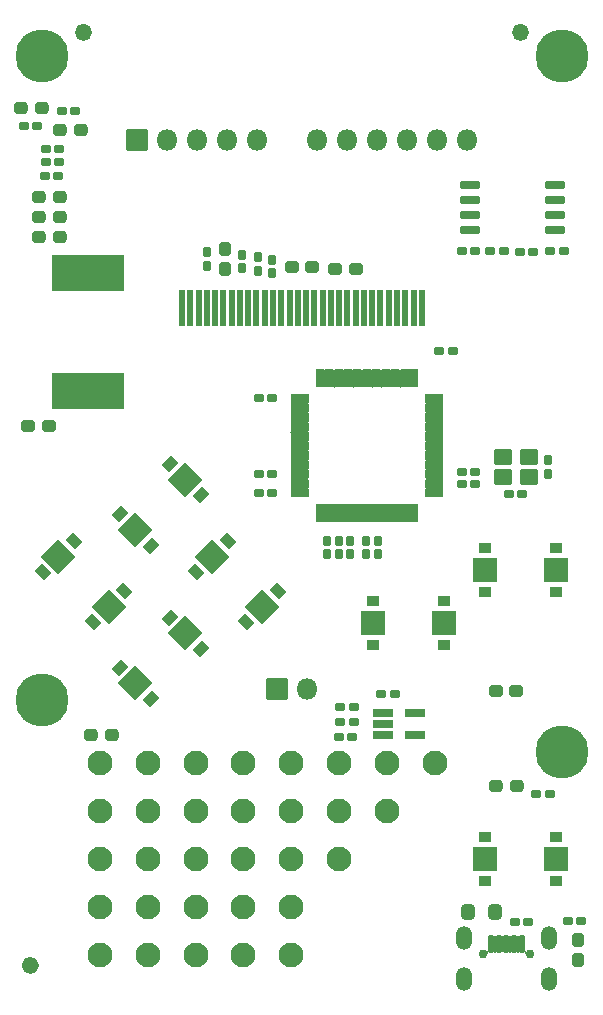
<source format=gbr>
%TF.GenerationSoftware,KiCad,Pcbnew,(6.0.5)*%
%TF.CreationDate,2023-05-01T10:01:18+02:00*%
%TF.ProjectId,arduboy_AS_flavor,61726475-626f-4795-9f41-535f666c6176,rev?*%
%TF.SameCoordinates,Original*%
%TF.FileFunction,Soldermask,Top*%
%TF.FilePolarity,Negative*%
%FSLAX46Y46*%
G04 Gerber Fmt 4.6, Leading zero omitted, Abs format (unit mm)*
G04 Created by KiCad (PCBNEW (6.0.5)) date 2023-05-01 10:01:18*
%MOMM*%
%LPD*%
G01*
G04 APERTURE LIST*
G04 Aperture macros list*
%AMRoundRect*
0 Rectangle with rounded corners*
0 $1 Rounding radius*
0 $2 $3 $4 $5 $6 $7 $8 $9 X,Y pos of 4 corners*
0 Add a 4 corners polygon primitive as box body*
4,1,4,$2,$3,$4,$5,$6,$7,$8,$9,$2,$3,0*
0 Add four circle primitives for the rounded corners*
1,1,$1+$1,$2,$3*
1,1,$1+$1,$4,$5*
1,1,$1+$1,$6,$7*
1,1,$1+$1,$8,$9*
0 Add four rect primitives between the rounded corners*
20,1,$1+$1,$2,$3,$4,$5,0*
20,1,$1+$1,$4,$5,$6,$7,0*
20,1,$1+$1,$6,$7,$8,$9,0*
20,1,$1+$1,$8,$9,$2,$3,0*%
G04 Aperture macros list end*
%ADD10C,0.150000*%
%ADD11RoundRect,0.050000X0.275000X-0.750000X0.275000X0.750000X-0.275000X0.750000X-0.275000X-0.750000X0*%
%ADD12RoundRect,0.050000X0.750000X0.275000X-0.750000X0.275000X-0.750000X-0.275000X0.750000X-0.275000X0*%
%ADD13RoundRect,0.205000X-0.155000X0.212500X-0.155000X-0.212500X0.155000X-0.212500X0.155000X0.212500X0*%
%ADD14RoundRect,0.205000X-0.212500X-0.155000X0.212500X-0.155000X0.212500X0.155000X-0.212500X0.155000X0*%
%ADD15RoundRect,0.205000X0.155000X-0.212500X0.155000X0.212500X-0.155000X0.212500X-0.155000X-0.212500X0*%
%ADD16RoundRect,0.287500X-0.300000X-0.237500X0.300000X-0.237500X0.300000X0.237500X-0.300000X0.237500X0*%
%ADD17RoundRect,0.205000X0.212500X0.155000X-0.212500X0.155000X-0.212500X-0.155000X0.212500X-0.155000X0*%
%ADD18RoundRect,0.287500X0.287500X0.237500X-0.287500X0.237500X-0.287500X-0.237500X0.287500X-0.237500X0*%
%ADD19RoundRect,0.287500X0.237500X-0.287500X0.237500X0.287500X-0.237500X0.287500X-0.237500X-0.287500X0*%
%ADD20RoundRect,0.287500X-0.287500X-0.237500X0.287500X-0.237500X0.287500X0.237500X-0.287500X0.237500X0*%
%ADD21RoundRect,0.300000X-0.275000X-0.350000X0.275000X-0.350000X0.275000X0.350000X-0.275000X0.350000X0*%
%ADD22O,1.800000X1.800000*%
%ADD23RoundRect,0.050000X0.850000X-0.850000X0.850000X0.850000X-0.850000X0.850000X-0.850000X-0.850000X0*%
%ADD24RoundRect,0.287500X0.237500X-0.300000X0.237500X0.300000X-0.237500X0.300000X-0.237500X-0.300000X0*%
%ADD25RoundRect,0.200000X-0.650000X-0.150000X0.650000X-0.150000X0.650000X0.150000X-0.650000X0.150000X0*%
%ADD26RoundRect,0.050000X-0.780000X-0.325000X0.780000X-0.325000X0.780000X0.325000X-0.780000X0.325000X0*%
%ADD27RoundRect,0.050000X-0.500000X-0.375000X0.500000X-0.375000X0.500000X0.375000X-0.500000X0.375000X0*%
%ADD28RoundRect,0.050000X-1.000000X-1.000000X1.000000X-1.000000X1.000000X1.000000X-1.000000X1.000000X0*%
%ADD29RoundRect,0.050000X0.000000X1.414214X-1.414214X0.000000X0.000000X-1.414214X1.414214X0.000000X0*%
%ADD30RoundRect,0.050000X0.088388X0.618718X-0.618718X-0.088388X-0.088388X-0.618718X0.618718X0.088388X0*%
%ADD31RoundRect,0.050000X-0.618718X0.088388X0.088388X-0.618718X0.618718X-0.088388X-0.088388X0.618718X0*%
%ADD32RoundRect,0.050000X-1.414214X0.000000X0.000000X-1.414214X1.414214X0.000000X0.000000X1.414214X0*%
%ADD33RoundRect,0.050000X0.618718X-0.088388X-0.088388X0.618718X-0.618718X0.088388X0.088388X-0.618718X0*%
%ADD34RoundRect,0.050000X1.414214X0.000000X0.000000X1.414214X-1.414214X0.000000X0.000000X-1.414214X0*%
%ADD35RoundRect,0.050000X1.000000X1.000000X-1.000000X1.000000X-1.000000X-1.000000X1.000000X-1.000000X0*%
%ADD36RoundRect,0.050000X0.500000X0.375000X-0.500000X0.375000X-0.500000X-0.375000X0.500000X-0.375000X0*%
%ADD37RoundRect,0.050000X-0.088388X-0.618718X0.618718X0.088388X0.088388X0.618718X-0.618718X-0.088388X0*%
%ADD38RoundRect,0.050000X0.000000X-1.414214X1.414214X0.000000X0.000000X1.414214X-1.414214X0.000000X0*%
%ADD39C,1.252000*%
%ADD40C,2.800000*%
%ADD41C,4.500000*%
%ADD42RoundRect,0.050000X0.175000X1.500000X-0.175000X1.500000X-0.175000X-1.500000X0.175000X-1.500000X0*%
%ADD43C,0.750000*%
%ADD44RoundRect,0.050000X0.200000X0.700000X-0.200000X0.700000X-0.200000X-0.700000X0.200000X-0.700000X0*%
%ADD45O,1.350000X2.000000*%
%ADD46RoundRect,0.050000X-0.700000X-0.600000X0.700000X-0.600000X0.700000X0.600000X-0.700000X0.600000X0*%
%ADD47RoundRect,0.050000X3.000000X-1.500000X3.000000X1.500000X-3.000000X1.500000X-3.000000X-1.500000X0*%
%ADD48C,2.100000*%
G04 APERTURE END LIST*
D10*
%TO.C,H1*%
X24650000Y-102000000D02*
G75*
G03*
X24650000Y-102000000I-650000J0D01*
G01*
%TO.C,H2*%
X29150000Y-23000000D02*
G75*
G03*
X29150000Y-23000000I-650000J0D01*
G01*
%TO.C,H3*%
X66150000Y-23000000D02*
G75*
G03*
X66150000Y-23000000I-650000J0D01*
G01*
%TO.C,H4*%
X25650000Y-25000000D02*
G75*
G03*
X25650000Y-25000000I-650000J0D01*
G01*
%TO.C,H5*%
X69650000Y-25000000D02*
G75*
G03*
X69650000Y-25000000I-650000J0D01*
G01*
%TO.C,H6*%
X69650000Y-83900000D02*
G75*
G03*
X69650000Y-83900000I-650000J0D01*
G01*
%TO.C,H7*%
X25650000Y-79500000D02*
G75*
G03*
X25650000Y-79500000I-650000J0D01*
G01*
%TO.C,H1*%
X24650000Y-102000000D02*
G75*
G03*
X24650000Y-102000000I-650000J0D01*
G01*
%TO.C,H2*%
X29150000Y-23000000D02*
G75*
G03*
X29150000Y-23000000I-650000J0D01*
G01*
%TO.C,H3*%
X66150000Y-23000000D02*
G75*
G03*
X66150000Y-23000000I-650000J0D01*
G01*
%TO.C,H4*%
X25650000Y-25000000D02*
G75*
G03*
X25650000Y-25000000I-650000J0D01*
G01*
%TO.C,H5*%
X69650000Y-25000000D02*
G75*
G03*
X69650000Y-25000000I-650000J0D01*
G01*
%TO.C,H6*%
X69650000Y-83900000D02*
G75*
G03*
X69650000Y-83900000I-650000J0D01*
G01*
%TO.C,H7*%
X25650000Y-79500000D02*
G75*
G03*
X25650000Y-79500000I-650000J0D01*
G01*
%TD*%
D11*
%TO.C,U1*%
X48500000Y-63700000D03*
X49300000Y-63700000D03*
X50100000Y-63700000D03*
X50900000Y-63700000D03*
X51700000Y-63700000D03*
X52500000Y-63700000D03*
X53300000Y-63700000D03*
X54100000Y-63700000D03*
X54900000Y-63700000D03*
X55700000Y-63700000D03*
X56500000Y-63700000D03*
D12*
X58200000Y-62000000D03*
X58200000Y-61200000D03*
X58200000Y-60400000D03*
X58200000Y-59600000D03*
X58200000Y-58800000D03*
X58200000Y-58000000D03*
X58200000Y-57200000D03*
X58200000Y-56400000D03*
X58200000Y-55600000D03*
X58200000Y-54800000D03*
X58200000Y-54000000D03*
D11*
X56500000Y-52300000D03*
X55700000Y-52300000D03*
X54900000Y-52300000D03*
X54100000Y-52300000D03*
X53300000Y-52300000D03*
X52500000Y-52300000D03*
X51700000Y-52300000D03*
X50900000Y-52300000D03*
X50100000Y-52300000D03*
X49300000Y-52300000D03*
X48500000Y-52300000D03*
D12*
X46800000Y-54000000D03*
X46800000Y-54800000D03*
X46800000Y-55600000D03*
X46800000Y-56400000D03*
X46800000Y-57200000D03*
X46800000Y-58000000D03*
X46800000Y-58800000D03*
X46800000Y-59600000D03*
X46800000Y-60400000D03*
X46800000Y-61200000D03*
X46800000Y-62000000D03*
%TD*%
D13*
%TO.C,C2*%
X67800000Y-59232500D03*
X67800000Y-60367500D03*
%TD*%
D14*
%TO.C,C3*%
X64532500Y-62100000D03*
X65667500Y-62100000D03*
%TD*%
%TO.C,C4*%
X68032500Y-41500000D03*
X69167500Y-41500000D03*
%TD*%
D15*
%TO.C,C5*%
X39000000Y-42767500D03*
X39000000Y-41632500D03*
%TD*%
%TO.C,C6*%
X41900000Y-42967500D03*
X41900000Y-41832500D03*
%TD*%
D16*
%TO.C,C7*%
X63437500Y-78800000D03*
X65162500Y-78800000D03*
%TD*%
D15*
%TO.C,C10*%
X43300000Y-43167500D03*
X43300000Y-42032500D03*
%TD*%
%TO.C,C11*%
X44500000Y-43367500D03*
X44500000Y-42232500D03*
%TD*%
D14*
%TO.C,C12*%
X53732500Y-79000000D03*
X54867500Y-79000000D03*
%TD*%
%TO.C,C13*%
X50132500Y-82700000D03*
X51267500Y-82700000D03*
%TD*%
D16*
%TO.C,C14*%
X46137500Y-42900000D03*
X47862500Y-42900000D03*
%TD*%
%TO.C,C15*%
X49837500Y-43000000D03*
X51562500Y-43000000D03*
%TD*%
D17*
%TO.C,C16*%
X44467500Y-60400000D03*
X43332500Y-60400000D03*
%TD*%
D13*
%TO.C,C17*%
X49100000Y-66032500D03*
X49100000Y-67167500D03*
%TD*%
D17*
%TO.C,C19*%
X44467500Y-62000000D03*
X43332500Y-62000000D03*
%TD*%
D14*
%TO.C,C20*%
X60532500Y-60200000D03*
X61667500Y-60200000D03*
%TD*%
%TO.C,C21*%
X58632500Y-50000000D03*
X59767500Y-50000000D03*
%TD*%
D17*
%TO.C,C22*%
X44467500Y-54000000D03*
X43332500Y-54000000D03*
%TD*%
D14*
%TO.C,C27*%
X65032500Y-98300000D03*
X66167500Y-98300000D03*
%TD*%
D18*
%TO.C,D2*%
X26475000Y-40300000D03*
X24725000Y-40300000D03*
%TD*%
D19*
%TO.C,D5*%
X70400000Y-101575000D03*
X70400000Y-99825000D03*
%TD*%
D20*
%TO.C,D6*%
X63425000Y-86800000D03*
X65175000Y-86800000D03*
%TD*%
%TO.C,D9*%
X26525000Y-31300000D03*
X28275000Y-31300000D03*
%TD*%
D21*
%TO.C,FB1*%
X61050000Y-97500000D03*
X63350000Y-97500000D03*
%TD*%
D22*
%TO.C,J2*%
X60970000Y-32100000D03*
X58430000Y-32100000D03*
X55890000Y-32100000D03*
X53350000Y-32100000D03*
X50810000Y-32100000D03*
X48270000Y-32100000D03*
X43190000Y-32100000D03*
X40650000Y-32100000D03*
X38110000Y-32100000D03*
X35570000Y-32100000D03*
D23*
X33030000Y-32100000D03*
%TD*%
D17*
%TO.C,R1*%
X61667500Y-61200000D03*
X60532500Y-61200000D03*
%TD*%
D14*
%TO.C,R2*%
X60532500Y-41500000D03*
X61667500Y-41500000D03*
%TD*%
%TO.C,R3*%
X65432500Y-41600000D03*
X66567500Y-41600000D03*
%TD*%
%TO.C,R4*%
X62932500Y-41500000D03*
X64067500Y-41500000D03*
%TD*%
%TO.C,R6*%
X69532500Y-98200000D03*
X70667500Y-98200000D03*
%TD*%
%TO.C,R7*%
X66832500Y-87500000D03*
X67967500Y-87500000D03*
%TD*%
%TO.C,R9*%
X25232500Y-35200000D03*
X26367500Y-35200000D03*
%TD*%
%TO.C,R10*%
X25332500Y-32900000D03*
X26467500Y-32900000D03*
%TD*%
%TO.C,R11*%
X25332500Y-34000000D03*
X26467500Y-34000000D03*
%TD*%
%TO.C,R12*%
X50232500Y-80100000D03*
X51367500Y-80100000D03*
%TD*%
%TO.C,R13*%
X23432500Y-30900000D03*
X24567500Y-30900000D03*
%TD*%
%TO.C,R14*%
X26665000Y-29700000D03*
X27800000Y-29700000D03*
%TD*%
D16*
%TO.C,R15*%
X23837500Y-56300000D03*
X25562500Y-56300000D03*
%TD*%
D14*
%TO.C,R16*%
X50232500Y-81400000D03*
X51367500Y-81400000D03*
%TD*%
D24*
%TO.C,R17*%
X40500000Y-43062500D03*
X40500000Y-41337500D03*
%TD*%
D15*
%TO.C,R20*%
X51100000Y-67167500D03*
X51100000Y-66032500D03*
%TD*%
%TO.C,R21*%
X50100000Y-67167500D03*
X50100000Y-66032500D03*
%TD*%
D25*
%TO.C,U2*%
X61200000Y-35895000D03*
X61200000Y-37165000D03*
X61200000Y-38435000D03*
X61200000Y-39705000D03*
X68400000Y-39705000D03*
X68400000Y-38435000D03*
X68400000Y-37165000D03*
X68400000Y-35895000D03*
%TD*%
D26*
%TO.C,U4*%
X53900000Y-80600000D03*
X53900000Y-81550000D03*
X53900000Y-82500000D03*
X56600000Y-82500000D03*
X56600000Y-80600000D03*
%TD*%
D27*
%TO.C,SW1*%
X68500000Y-91125000D03*
X62500000Y-91125000D03*
D28*
X62500000Y-93000000D03*
X68500000Y-93000000D03*
D27*
X62500000Y-94875000D03*
X68500000Y-94875000D03*
%TD*%
D29*
%TO.C,SW2*%
X37121320Y-60878680D03*
D30*
X34204505Y-66447146D03*
X38447146Y-62204505D03*
D29*
X32878680Y-65121320D03*
D30*
X31552854Y-63795495D03*
X35795495Y-59552854D03*
%TD*%
D31*
%TO.C,SW4*%
X31947146Y-70295495D03*
X27704505Y-66052854D03*
D32*
X26378680Y-67378680D03*
D31*
X29295495Y-72947146D03*
D32*
X30621320Y-71621320D03*
D31*
X25052854Y-68704505D03*
%TD*%
D33*
%TO.C,SW5*%
X38052854Y-68704505D03*
X42295495Y-72947146D03*
D34*
X43621320Y-71621320D03*
D33*
X40704505Y-66052854D03*
X44947146Y-70295495D03*
D34*
X39378680Y-67378680D03*
%TD*%
D28*
%TO.C,SW6*%
X53000000Y-73000000D03*
D27*
X53000000Y-71125000D03*
X59000000Y-71125000D03*
X59000000Y-74875000D03*
X53000000Y-74875000D03*
D28*
X59000000Y-73000000D03*
%TD*%
D35*
%TO.C,SW7*%
X68500000Y-68500000D03*
D36*
X62500000Y-70375000D03*
X68500000Y-70375000D03*
X62500000Y-66625000D03*
D35*
X62500000Y-68500000D03*
D36*
X68500000Y-66625000D03*
%TD*%
D37*
%TO.C,SW3*%
X35795495Y-72552854D03*
D38*
X32878680Y-78121320D03*
D37*
X31552854Y-76795495D03*
D38*
X37121320Y-73878680D03*
D37*
X34204505Y-79447146D03*
X38447146Y-75204505D03*
%TD*%
D39*
%TO.C,H1*%
X24000000Y-102000000D03*
%TD*%
%TO.C,H2*%
X28500000Y-23000000D03*
%TD*%
%TO.C,H3*%
X65500000Y-23000000D03*
%TD*%
D40*
%TO.C,H4*%
X25000000Y-25000000D03*
D41*
X25000000Y-25000000D03*
%TD*%
D40*
%TO.C,H5*%
X69000000Y-25000000D03*
D41*
X69000000Y-25000000D03*
%TD*%
%TO.C,H6*%
X69000000Y-83900000D03*
D40*
X69000000Y-83900000D03*
%TD*%
D42*
%TO.C,J1*%
X36850000Y-46300000D03*
X37550000Y-46300000D03*
X38250000Y-46300000D03*
X38950000Y-46300000D03*
X39650000Y-46300000D03*
X40350000Y-46300000D03*
X41050000Y-46300000D03*
X41750000Y-46300000D03*
X42450000Y-46300000D03*
X43150000Y-46300000D03*
X43850000Y-46300000D03*
X44550000Y-46300000D03*
X45250000Y-46300000D03*
X45950000Y-46300000D03*
X46650000Y-46300000D03*
X47350000Y-46300000D03*
X48050000Y-46300000D03*
X48750000Y-46300000D03*
X49450000Y-46300000D03*
X50150000Y-46300000D03*
X50850000Y-46300000D03*
X51550000Y-46300000D03*
X52250000Y-46300000D03*
X52950000Y-46300000D03*
X53650000Y-46300000D03*
X54350000Y-46300000D03*
X55050000Y-46300000D03*
X55750000Y-46300000D03*
X56450000Y-46300000D03*
X57150000Y-46300000D03*
%TD*%
D43*
%TO.C,J3*%
X66300000Y-101025000D03*
X62300000Y-101025000D03*
D44*
X63000000Y-100200000D03*
X63650000Y-100200000D03*
X64300000Y-100200000D03*
X64950000Y-100200000D03*
X65600000Y-100200000D03*
D45*
X60725000Y-99700000D03*
X60725000Y-103150000D03*
X67875000Y-99700000D03*
X67875000Y-103150000D03*
%TD*%
D46*
%TO.C,Y1*%
X64000000Y-60650000D03*
X66200000Y-60650000D03*
X66200000Y-58950000D03*
X64000000Y-58950000D03*
%TD*%
D18*
%TO.C,D3*%
X26475000Y-38600000D03*
X24725000Y-38600000D03*
%TD*%
%TO.C,D4*%
X26475000Y-36900000D03*
X24725000Y-36900000D03*
%TD*%
D47*
%TO.C,JP1*%
X28900000Y-53400000D03*
X28900000Y-43400000D03*
%TD*%
D20*
%TO.C,D8*%
X23225000Y-29400000D03*
X24975000Y-29400000D03*
%TD*%
D41*
%TO.C,H7*%
X25000000Y-79500000D03*
D40*
X25000000Y-79500000D03*
%TD*%
D18*
%TO.C,D7*%
X30875000Y-82500000D03*
X29125000Y-82500000D03*
%TD*%
D23*
%TO.C,JP2*%
X44900000Y-78600000D03*
D22*
X47440000Y-78600000D03*
%TD*%
D13*
%TO.C,C18*%
X53400000Y-66032500D03*
X53400000Y-67167500D03*
%TD*%
%TO.C,C28*%
X52400000Y-66032500D03*
X52400000Y-67167500D03*
%TD*%
D48*
%TO.C,TP29*%
X46100000Y-97050000D03*
%TD*%
%TO.C,TP32*%
X58250000Y-84900000D03*
%TD*%
%TO.C,TP14*%
X42050000Y-93000000D03*
%TD*%
%TO.C,TP28*%
X42050000Y-101100000D03*
%TD*%
%TO.C,TP2*%
X46100000Y-93000000D03*
%TD*%
%TO.C,TP27*%
X38000000Y-93000000D03*
%TD*%
%TO.C,TP17*%
X33950000Y-101100000D03*
%TD*%
%TO.C,TP23*%
X29900000Y-101100000D03*
%TD*%
%TO.C,TP30*%
X54200000Y-88950000D03*
%TD*%
%TO.C,TP26*%
X54200000Y-84900000D03*
%TD*%
%TO.C,TP9*%
X33950000Y-88950000D03*
%TD*%
%TO.C,TP15*%
X38000000Y-88950000D03*
%TD*%
%TO.C,TP19*%
X38000000Y-84900000D03*
%TD*%
%TO.C,TP5*%
X33950000Y-84900000D03*
%TD*%
%TO.C,TP4*%
X50150000Y-88950000D03*
%TD*%
%TO.C,TP10*%
X50150000Y-84900000D03*
%TD*%
%TO.C,TP18*%
X42050000Y-88950000D03*
%TD*%
%TO.C,TP12*%
X38000000Y-97050000D03*
%TD*%
%TO.C,TP22*%
X38000000Y-101100000D03*
%TD*%
%TO.C,TP25*%
X33950000Y-97050000D03*
%TD*%
%TO.C,TP13*%
X33950000Y-93000000D03*
%TD*%
%TO.C,TP11*%
X29900000Y-97050000D03*
%TD*%
%TO.C,TP3*%
X29900000Y-84900000D03*
%TD*%
%TO.C,TP16*%
X46100000Y-101100000D03*
%TD*%
%TO.C,TP20*%
X46100000Y-84900000D03*
%TD*%
%TO.C,TP21*%
X42050000Y-84900000D03*
%TD*%
%TO.C,TP31*%
X50150000Y-93000000D03*
%TD*%
%TO.C,TP8*%
X46100000Y-88950000D03*
%TD*%
%TO.C,TP7*%
X29900000Y-93000000D03*
%TD*%
%TO.C,TP24*%
X42050000Y-97050000D03*
%TD*%
%TO.C,TP6*%
X29900000Y-88950000D03*
%TD*%
G36*
X62751430Y-100709473D02*
G01*
X62752000Y-100710872D01*
X62752000Y-100899801D01*
X62755691Y-100918355D01*
X62766087Y-100933913D01*
X62781645Y-100944309D01*
X62787214Y-100945417D01*
X62788718Y-100946736D01*
X62788328Y-100948698D01*
X62787059Y-100949365D01*
X62732507Y-100955822D01*
X62687963Y-100996998D01*
X62676822Y-101028635D01*
X62670456Y-101066471D01*
X62669183Y-101068013D01*
X62667210Y-101067681D01*
X62666509Y-101065826D01*
X62672975Y-101025000D01*
X62654721Y-100909746D01*
X62601742Y-100805770D01*
X62574605Y-100778633D01*
X62574087Y-100776701D01*
X62575501Y-100775287D01*
X62577057Y-100775509D01*
X62627565Y-100806158D01*
X62687859Y-100801148D01*
X62733729Y-100761624D01*
X62748074Y-100710333D01*
X62749503Y-100708935D01*
X62751430Y-100709473D01*
G37*
G36*
X65851902Y-100710372D02*
G01*
X65870799Y-100768531D01*
X65919748Y-100804095D01*
X65980303Y-100804095D01*
X66021126Y-100777305D01*
X66023122Y-100777191D01*
X66024220Y-100778863D01*
X66023637Y-100780391D01*
X65998258Y-100805770D01*
X65945279Y-100909746D01*
X65927025Y-101025000D01*
X65927256Y-101026458D01*
X65926540Y-101028325D01*
X65924565Y-101028638D01*
X65923475Y-101027630D01*
X65899397Y-100977039D01*
X65846132Y-100948058D01*
X65818996Y-100948224D01*
X65817258Y-100947235D01*
X65817246Y-100945235D01*
X65818087Y-100944627D01*
X65818023Y-100944531D01*
X65833913Y-100933913D01*
X65844309Y-100918355D01*
X65848000Y-100899801D01*
X65848000Y-100710990D01*
X65849000Y-100709258D01*
X65851000Y-100709258D01*
X65851902Y-100710372D01*
G37*
G36*
X63897523Y-99479752D02*
G01*
X63941118Y-99514119D01*
X64001573Y-99516493D01*
X64051977Y-99482814D01*
X64053973Y-99482683D01*
X64055084Y-99484346D01*
X64055050Y-99484867D01*
X64052000Y-99500199D01*
X64052000Y-100899801D01*
X64055677Y-100918287D01*
X64055034Y-100920181D01*
X64053072Y-100920571D01*
X64052477Y-100920248D01*
X64008882Y-100885881D01*
X63948427Y-100883507D01*
X63898023Y-100917186D01*
X63896027Y-100917317D01*
X63894916Y-100915654D01*
X63894950Y-100915133D01*
X63898000Y-100899801D01*
X63898000Y-99500199D01*
X63894323Y-99481713D01*
X63894966Y-99479819D01*
X63896928Y-99479429D01*
X63897523Y-99479752D01*
G37*
G36*
X63247523Y-99479752D02*
G01*
X63291118Y-99514119D01*
X63351573Y-99516493D01*
X63401977Y-99482814D01*
X63403973Y-99482683D01*
X63405084Y-99484346D01*
X63405050Y-99484867D01*
X63402000Y-99500199D01*
X63402000Y-100899801D01*
X63405677Y-100918287D01*
X63405034Y-100920181D01*
X63403072Y-100920571D01*
X63402477Y-100920248D01*
X63358882Y-100885881D01*
X63298427Y-100883507D01*
X63248023Y-100917186D01*
X63246027Y-100917317D01*
X63244916Y-100915654D01*
X63244950Y-100915133D01*
X63248000Y-100899801D01*
X63248000Y-99500199D01*
X63244323Y-99481713D01*
X63244966Y-99479819D01*
X63246928Y-99479429D01*
X63247523Y-99479752D01*
G37*
G36*
X64547523Y-99479752D02*
G01*
X64591118Y-99514119D01*
X64651573Y-99516493D01*
X64701977Y-99482814D01*
X64703973Y-99482683D01*
X64705084Y-99484346D01*
X64705050Y-99484867D01*
X64702000Y-99500199D01*
X64702000Y-100899801D01*
X64705677Y-100918287D01*
X64705034Y-100920181D01*
X64703072Y-100920571D01*
X64702477Y-100920248D01*
X64658882Y-100885881D01*
X64598427Y-100883507D01*
X64548023Y-100917186D01*
X64546027Y-100917317D01*
X64544916Y-100915654D01*
X64544950Y-100915133D01*
X64548000Y-100899801D01*
X64548000Y-99500199D01*
X64544323Y-99481713D01*
X64544966Y-99479819D01*
X64546928Y-99479429D01*
X64547523Y-99479752D01*
G37*
G36*
X65197523Y-99479752D02*
G01*
X65241118Y-99514119D01*
X65301573Y-99516493D01*
X65351977Y-99482814D01*
X65353973Y-99482683D01*
X65355084Y-99484346D01*
X65355050Y-99484867D01*
X65352000Y-99500199D01*
X65352000Y-100899801D01*
X65355677Y-100918287D01*
X65355034Y-100920181D01*
X65353072Y-100920571D01*
X65352477Y-100920248D01*
X65308882Y-100885881D01*
X65248427Y-100883507D01*
X65198023Y-100917186D01*
X65196027Y-100917317D01*
X65194916Y-100915654D01*
X65194950Y-100915133D01*
X65198000Y-100899801D01*
X65198000Y-99500199D01*
X65194323Y-99481713D01*
X65194966Y-99479819D01*
X65196928Y-99479429D01*
X65197523Y-99479752D01*
G37*
G36*
X49622523Y-62929752D02*
G01*
X49666118Y-62964119D01*
X49726573Y-62966493D01*
X49776977Y-62932814D01*
X49778973Y-62932683D01*
X49780084Y-62934346D01*
X49780050Y-62934867D01*
X49777000Y-62950199D01*
X49777000Y-64449801D01*
X49780677Y-64468287D01*
X49780034Y-64470181D01*
X49778072Y-64470571D01*
X49777477Y-64470248D01*
X49733882Y-64435881D01*
X49673427Y-64433507D01*
X49623023Y-64467186D01*
X49621027Y-64467317D01*
X49619916Y-64465654D01*
X49619950Y-64465133D01*
X49623000Y-64449801D01*
X49623000Y-62950199D01*
X49619323Y-62931713D01*
X49619966Y-62929819D01*
X49621928Y-62929429D01*
X49622523Y-62929752D01*
G37*
G36*
X52022523Y-62929752D02*
G01*
X52066118Y-62964119D01*
X52126573Y-62966493D01*
X52176977Y-62932814D01*
X52178973Y-62932683D01*
X52180084Y-62934346D01*
X52180050Y-62934867D01*
X52177000Y-62950199D01*
X52177000Y-64449801D01*
X52180677Y-64468287D01*
X52180034Y-64470181D01*
X52178072Y-64470571D01*
X52177477Y-64470248D01*
X52133882Y-64435881D01*
X52073427Y-64433507D01*
X52023023Y-64467186D01*
X52021027Y-64467317D01*
X52019916Y-64465654D01*
X52019950Y-64465133D01*
X52023000Y-64449801D01*
X52023000Y-62950199D01*
X52019323Y-62931713D01*
X52019966Y-62929819D01*
X52021928Y-62929429D01*
X52022523Y-62929752D01*
G37*
G36*
X52822523Y-62929752D02*
G01*
X52866118Y-62964119D01*
X52926573Y-62966493D01*
X52976977Y-62932814D01*
X52978973Y-62932683D01*
X52980084Y-62934346D01*
X52980050Y-62934867D01*
X52977000Y-62950199D01*
X52977000Y-64449801D01*
X52980677Y-64468287D01*
X52980034Y-64470181D01*
X52978072Y-64470571D01*
X52977477Y-64470248D01*
X52933882Y-64435881D01*
X52873427Y-64433507D01*
X52823023Y-64467186D01*
X52821027Y-64467317D01*
X52819916Y-64465654D01*
X52819950Y-64465133D01*
X52823000Y-64449801D01*
X52823000Y-62950199D01*
X52819323Y-62931713D01*
X52819966Y-62929819D01*
X52821928Y-62929429D01*
X52822523Y-62929752D01*
G37*
G36*
X54422523Y-62929752D02*
G01*
X54466118Y-62964119D01*
X54526573Y-62966493D01*
X54576977Y-62932814D01*
X54578973Y-62932683D01*
X54580084Y-62934346D01*
X54580050Y-62934867D01*
X54577000Y-62950199D01*
X54577000Y-64449801D01*
X54580677Y-64468287D01*
X54580034Y-64470181D01*
X54578072Y-64470571D01*
X54577477Y-64470248D01*
X54533882Y-64435881D01*
X54473427Y-64433507D01*
X54423023Y-64467186D01*
X54421027Y-64467317D01*
X54419916Y-64465654D01*
X54419950Y-64465133D01*
X54423000Y-64449801D01*
X54423000Y-62950199D01*
X54419323Y-62931713D01*
X54419966Y-62929819D01*
X54421928Y-62929429D01*
X54422523Y-62929752D01*
G37*
G36*
X53622523Y-62929752D02*
G01*
X53666118Y-62964119D01*
X53726573Y-62966493D01*
X53776977Y-62932814D01*
X53778973Y-62932683D01*
X53780084Y-62934346D01*
X53780050Y-62934867D01*
X53777000Y-62950199D01*
X53777000Y-64449801D01*
X53780677Y-64468287D01*
X53780034Y-64470181D01*
X53778072Y-64470571D01*
X53777477Y-64470248D01*
X53733882Y-64435881D01*
X53673427Y-64433507D01*
X53623023Y-64467186D01*
X53621027Y-64467317D01*
X53619916Y-64465654D01*
X53619950Y-64465133D01*
X53623000Y-64449801D01*
X53623000Y-62950199D01*
X53619323Y-62931713D01*
X53619966Y-62929819D01*
X53621928Y-62929429D01*
X53622523Y-62929752D01*
G37*
G36*
X48822523Y-62929752D02*
G01*
X48866118Y-62964119D01*
X48926573Y-62966493D01*
X48976977Y-62932814D01*
X48978973Y-62932683D01*
X48980084Y-62934346D01*
X48980050Y-62934867D01*
X48977000Y-62950199D01*
X48977000Y-64449801D01*
X48980677Y-64468287D01*
X48980034Y-64470181D01*
X48978072Y-64470571D01*
X48977477Y-64470248D01*
X48933882Y-64435881D01*
X48873427Y-64433507D01*
X48823023Y-64467186D01*
X48821027Y-64467317D01*
X48819916Y-64465654D01*
X48819950Y-64465133D01*
X48823000Y-64449801D01*
X48823000Y-62950199D01*
X48819323Y-62931713D01*
X48819966Y-62929819D01*
X48821928Y-62929429D01*
X48822523Y-62929752D01*
G37*
G36*
X55222523Y-62929752D02*
G01*
X55266118Y-62964119D01*
X55326573Y-62966493D01*
X55376977Y-62932814D01*
X55378973Y-62932683D01*
X55380084Y-62934346D01*
X55380050Y-62934867D01*
X55377000Y-62950199D01*
X55377000Y-64449801D01*
X55380677Y-64468287D01*
X55380034Y-64470181D01*
X55378072Y-64470571D01*
X55377477Y-64470248D01*
X55333882Y-64435881D01*
X55273427Y-64433507D01*
X55223023Y-64467186D01*
X55221027Y-64467317D01*
X55219916Y-64465654D01*
X55219950Y-64465133D01*
X55223000Y-64449801D01*
X55223000Y-62950199D01*
X55219323Y-62931713D01*
X55219966Y-62929819D01*
X55221928Y-62929429D01*
X55222523Y-62929752D01*
G37*
G36*
X51222523Y-62929752D02*
G01*
X51266118Y-62964119D01*
X51326573Y-62966493D01*
X51376977Y-62932814D01*
X51378973Y-62932683D01*
X51380084Y-62934346D01*
X51380050Y-62934867D01*
X51377000Y-62950199D01*
X51377000Y-64449801D01*
X51380677Y-64468287D01*
X51380034Y-64470181D01*
X51378072Y-64470571D01*
X51377477Y-64470248D01*
X51333882Y-64435881D01*
X51273427Y-64433507D01*
X51223023Y-64467186D01*
X51221027Y-64467317D01*
X51219916Y-64465654D01*
X51219950Y-64465133D01*
X51223000Y-64449801D01*
X51223000Y-62950199D01*
X51219323Y-62931713D01*
X51219966Y-62929819D01*
X51221928Y-62929429D01*
X51222523Y-62929752D01*
G37*
G36*
X56022523Y-62929752D02*
G01*
X56066118Y-62964119D01*
X56126573Y-62966493D01*
X56176977Y-62932814D01*
X56178973Y-62932683D01*
X56180084Y-62934346D01*
X56180050Y-62934867D01*
X56177000Y-62950199D01*
X56177000Y-64449801D01*
X56180677Y-64468287D01*
X56180034Y-64470181D01*
X56178072Y-64470571D01*
X56177477Y-64470248D01*
X56133882Y-64435881D01*
X56073427Y-64433507D01*
X56023023Y-64467186D01*
X56021027Y-64467317D01*
X56019916Y-64465654D01*
X56019950Y-64465133D01*
X56023000Y-64449801D01*
X56023000Y-62950199D01*
X56019323Y-62931713D01*
X56019966Y-62929819D01*
X56021928Y-62929429D01*
X56022523Y-62929752D01*
G37*
G36*
X50422523Y-62929752D02*
G01*
X50466118Y-62964119D01*
X50526573Y-62966493D01*
X50576977Y-62932814D01*
X50578973Y-62932683D01*
X50580084Y-62934346D01*
X50580050Y-62934867D01*
X50577000Y-62950199D01*
X50577000Y-64449801D01*
X50580677Y-64468287D01*
X50580034Y-64470181D01*
X50578072Y-64470571D01*
X50577477Y-64470248D01*
X50533882Y-64435881D01*
X50473427Y-64433507D01*
X50423023Y-64467186D01*
X50421027Y-64467317D01*
X50419916Y-64465654D01*
X50419950Y-64465133D01*
X50423000Y-64449801D01*
X50423000Y-62950199D01*
X50419323Y-62931713D01*
X50419966Y-62929819D01*
X50421928Y-62929429D01*
X50422523Y-62929752D01*
G37*
G36*
X47570181Y-61519966D02*
G01*
X47570571Y-61521928D01*
X47570248Y-61522523D01*
X47535881Y-61566118D01*
X47533507Y-61626573D01*
X47567186Y-61676977D01*
X47567317Y-61678973D01*
X47565654Y-61680084D01*
X47565133Y-61680050D01*
X47549801Y-61677000D01*
X46050199Y-61677000D01*
X46031713Y-61680677D01*
X46029819Y-61680034D01*
X46029429Y-61678072D01*
X46029752Y-61677477D01*
X46064119Y-61633882D01*
X46066493Y-61573427D01*
X46032814Y-61523023D01*
X46032683Y-61521027D01*
X46034346Y-61519916D01*
X46034867Y-61519950D01*
X46050199Y-61523000D01*
X47549801Y-61523000D01*
X47568287Y-61519323D01*
X47570181Y-61519966D01*
G37*
G36*
X58970181Y-61519966D02*
G01*
X58970571Y-61521928D01*
X58970248Y-61522523D01*
X58935881Y-61566118D01*
X58933507Y-61626573D01*
X58967186Y-61676977D01*
X58967317Y-61678973D01*
X58965654Y-61680084D01*
X58965133Y-61680050D01*
X58949801Y-61677000D01*
X57450199Y-61677000D01*
X57431713Y-61680677D01*
X57429819Y-61680034D01*
X57429429Y-61678072D01*
X57429752Y-61677477D01*
X57464119Y-61633882D01*
X57466493Y-61573427D01*
X57432814Y-61523023D01*
X57432683Y-61521027D01*
X57434346Y-61519916D01*
X57434867Y-61519950D01*
X57450199Y-61523000D01*
X58949801Y-61523000D01*
X58968287Y-61519323D01*
X58970181Y-61519966D01*
G37*
G36*
X47570181Y-60719966D02*
G01*
X47570571Y-60721928D01*
X47570248Y-60722523D01*
X47535881Y-60766118D01*
X47533507Y-60826573D01*
X47567186Y-60876977D01*
X47567317Y-60878973D01*
X47565654Y-60880084D01*
X47565133Y-60880050D01*
X47549801Y-60877000D01*
X46050199Y-60877000D01*
X46031713Y-60880677D01*
X46029819Y-60880034D01*
X46029429Y-60878072D01*
X46029752Y-60877477D01*
X46064119Y-60833882D01*
X46066493Y-60773427D01*
X46032814Y-60723023D01*
X46032683Y-60721027D01*
X46034346Y-60719916D01*
X46034867Y-60719950D01*
X46050199Y-60723000D01*
X47549801Y-60723000D01*
X47568287Y-60719323D01*
X47570181Y-60719966D01*
G37*
G36*
X58970181Y-60719966D02*
G01*
X58970571Y-60721928D01*
X58970248Y-60722523D01*
X58935881Y-60766118D01*
X58933507Y-60826573D01*
X58967186Y-60876977D01*
X58967317Y-60878973D01*
X58965654Y-60880084D01*
X58965133Y-60880050D01*
X58949801Y-60877000D01*
X57450199Y-60877000D01*
X57431713Y-60880677D01*
X57429819Y-60880034D01*
X57429429Y-60878072D01*
X57429752Y-60877477D01*
X57464119Y-60833882D01*
X57466493Y-60773427D01*
X57432814Y-60723023D01*
X57432683Y-60721027D01*
X57434346Y-60719916D01*
X57434867Y-60719950D01*
X57450199Y-60723000D01*
X58949801Y-60723000D01*
X58968287Y-60719323D01*
X58970181Y-60719966D01*
G37*
G36*
X58970181Y-59919966D02*
G01*
X58970571Y-59921928D01*
X58970248Y-59922523D01*
X58935881Y-59966118D01*
X58933507Y-60026573D01*
X58967186Y-60076977D01*
X58967317Y-60078973D01*
X58965654Y-60080084D01*
X58965133Y-60080050D01*
X58949801Y-60077000D01*
X57450199Y-60077000D01*
X57431713Y-60080677D01*
X57429819Y-60080034D01*
X57429429Y-60078072D01*
X57429752Y-60077477D01*
X57464119Y-60033882D01*
X57466493Y-59973427D01*
X57432814Y-59923023D01*
X57432683Y-59921027D01*
X57434346Y-59919916D01*
X57434867Y-59919950D01*
X57450199Y-59923000D01*
X58949801Y-59923000D01*
X58968287Y-59919323D01*
X58970181Y-59919966D01*
G37*
G36*
X47570181Y-59919966D02*
G01*
X47570571Y-59921928D01*
X47570248Y-59922523D01*
X47535881Y-59966118D01*
X47533507Y-60026573D01*
X47567186Y-60076977D01*
X47567317Y-60078973D01*
X47565654Y-60080084D01*
X47565133Y-60080050D01*
X47549801Y-60077000D01*
X46050199Y-60077000D01*
X46031713Y-60080677D01*
X46029819Y-60080034D01*
X46029429Y-60078072D01*
X46029752Y-60077477D01*
X46064119Y-60033882D01*
X46066493Y-59973427D01*
X46032814Y-59923023D01*
X46032683Y-59921027D01*
X46034346Y-59919916D01*
X46034867Y-59919950D01*
X46050199Y-59923000D01*
X47549801Y-59923000D01*
X47568287Y-59919323D01*
X47570181Y-59919966D01*
G37*
G36*
X47570181Y-59119966D02*
G01*
X47570571Y-59121928D01*
X47570248Y-59122523D01*
X47535881Y-59166118D01*
X47533507Y-59226573D01*
X47567186Y-59276977D01*
X47567317Y-59278973D01*
X47565654Y-59280084D01*
X47565133Y-59280050D01*
X47549801Y-59277000D01*
X46050199Y-59277000D01*
X46031713Y-59280677D01*
X46029819Y-59280034D01*
X46029429Y-59278072D01*
X46029752Y-59277477D01*
X46064119Y-59233882D01*
X46066493Y-59173427D01*
X46032814Y-59123023D01*
X46032683Y-59121027D01*
X46034346Y-59119916D01*
X46034867Y-59119950D01*
X46050199Y-59123000D01*
X47549801Y-59123000D01*
X47568287Y-59119323D01*
X47570181Y-59119966D01*
G37*
G36*
X58970181Y-59119966D02*
G01*
X58970571Y-59121928D01*
X58970248Y-59122523D01*
X58935881Y-59166118D01*
X58933507Y-59226573D01*
X58967186Y-59276977D01*
X58967317Y-59278973D01*
X58965654Y-59280084D01*
X58965133Y-59280050D01*
X58949801Y-59277000D01*
X57450199Y-59277000D01*
X57431713Y-59280677D01*
X57429819Y-59280034D01*
X57429429Y-59278072D01*
X57429752Y-59277477D01*
X57464119Y-59233882D01*
X57466493Y-59173427D01*
X57432814Y-59123023D01*
X57432683Y-59121027D01*
X57434346Y-59119916D01*
X57434867Y-59119950D01*
X57450199Y-59123000D01*
X58949801Y-59123000D01*
X58968287Y-59119323D01*
X58970181Y-59119966D01*
G37*
G36*
X47570181Y-58319966D02*
G01*
X47570571Y-58321928D01*
X47570248Y-58322523D01*
X47535881Y-58366118D01*
X47533507Y-58426573D01*
X47567186Y-58476977D01*
X47567317Y-58478973D01*
X47565654Y-58480084D01*
X47565133Y-58480050D01*
X47549801Y-58477000D01*
X46050199Y-58477000D01*
X46031713Y-58480677D01*
X46029819Y-58480034D01*
X46029429Y-58478072D01*
X46029752Y-58477477D01*
X46064119Y-58433882D01*
X46066493Y-58373427D01*
X46032814Y-58323023D01*
X46032683Y-58321027D01*
X46034346Y-58319916D01*
X46034867Y-58319950D01*
X46050199Y-58323000D01*
X47549801Y-58323000D01*
X47568287Y-58319323D01*
X47570181Y-58319966D01*
G37*
G36*
X58970181Y-58319966D02*
G01*
X58970571Y-58321928D01*
X58970248Y-58322523D01*
X58935881Y-58366118D01*
X58933507Y-58426573D01*
X58967186Y-58476977D01*
X58967317Y-58478973D01*
X58965654Y-58480084D01*
X58965133Y-58480050D01*
X58949801Y-58477000D01*
X57450199Y-58477000D01*
X57431713Y-58480677D01*
X57429819Y-58480034D01*
X57429429Y-58478072D01*
X57429752Y-58477477D01*
X57464119Y-58433882D01*
X57466493Y-58373427D01*
X57432814Y-58323023D01*
X57432683Y-58321027D01*
X57434346Y-58319916D01*
X57434867Y-58319950D01*
X57450199Y-58323000D01*
X58949801Y-58323000D01*
X58968287Y-58319323D01*
X58970181Y-58319966D01*
G37*
G36*
X47570181Y-57519966D02*
G01*
X47570571Y-57521928D01*
X47570248Y-57522523D01*
X47535881Y-57566118D01*
X47533507Y-57626573D01*
X47567186Y-57676977D01*
X47567317Y-57678973D01*
X47565654Y-57680084D01*
X47565133Y-57680050D01*
X47549801Y-57677000D01*
X46050199Y-57677000D01*
X46031713Y-57680677D01*
X46029819Y-57680034D01*
X46029429Y-57678072D01*
X46029752Y-57677477D01*
X46064119Y-57633882D01*
X46066493Y-57573427D01*
X46032814Y-57523023D01*
X46032683Y-57521027D01*
X46034346Y-57519916D01*
X46034867Y-57519950D01*
X46050199Y-57523000D01*
X47549801Y-57523000D01*
X47568287Y-57519323D01*
X47570181Y-57519966D01*
G37*
G36*
X58970181Y-57519966D02*
G01*
X58970571Y-57521928D01*
X58970248Y-57522523D01*
X58935881Y-57566118D01*
X58933507Y-57626573D01*
X58967186Y-57676977D01*
X58967317Y-57678973D01*
X58965654Y-57680084D01*
X58965133Y-57680050D01*
X58949801Y-57677000D01*
X57450199Y-57677000D01*
X57431713Y-57680677D01*
X57429819Y-57680034D01*
X57429429Y-57678072D01*
X57429752Y-57677477D01*
X57464119Y-57633882D01*
X57466493Y-57573427D01*
X57432814Y-57523023D01*
X57432683Y-57521027D01*
X57434346Y-57519916D01*
X57434867Y-57519950D01*
X57450199Y-57523000D01*
X58949801Y-57523000D01*
X58968287Y-57519323D01*
X58970181Y-57519966D01*
G37*
G36*
X47570181Y-56719966D02*
G01*
X47570571Y-56721928D01*
X47570248Y-56722523D01*
X47535881Y-56766118D01*
X47533507Y-56826573D01*
X47567186Y-56876977D01*
X47567317Y-56878973D01*
X47565654Y-56880084D01*
X47565133Y-56880050D01*
X47549801Y-56877000D01*
X46050199Y-56877000D01*
X46031713Y-56880677D01*
X46029819Y-56880034D01*
X46029429Y-56878072D01*
X46029752Y-56877477D01*
X46064119Y-56833882D01*
X46066493Y-56773427D01*
X46032814Y-56723023D01*
X46032683Y-56721027D01*
X46034346Y-56719916D01*
X46034867Y-56719950D01*
X46050199Y-56723000D01*
X47549801Y-56723000D01*
X47568287Y-56719323D01*
X47570181Y-56719966D01*
G37*
G36*
X58970181Y-56719966D02*
G01*
X58970571Y-56721928D01*
X58970248Y-56722523D01*
X58935881Y-56766118D01*
X58933507Y-56826573D01*
X58967186Y-56876977D01*
X58967317Y-56878973D01*
X58965654Y-56880084D01*
X58965133Y-56880050D01*
X58949801Y-56877000D01*
X57450199Y-56877000D01*
X57431713Y-56880677D01*
X57429819Y-56880034D01*
X57429429Y-56878072D01*
X57429752Y-56877477D01*
X57464119Y-56833882D01*
X57466493Y-56773427D01*
X57432814Y-56723023D01*
X57432683Y-56721027D01*
X57434346Y-56719916D01*
X57434867Y-56719950D01*
X57450199Y-56723000D01*
X58949801Y-56723000D01*
X58968287Y-56719323D01*
X58970181Y-56719966D01*
G37*
G36*
X47570181Y-55919966D02*
G01*
X47570571Y-55921928D01*
X47570248Y-55922523D01*
X47535881Y-55966118D01*
X47533507Y-56026573D01*
X47567186Y-56076977D01*
X47567317Y-56078973D01*
X47565654Y-56080084D01*
X47565133Y-56080050D01*
X47549801Y-56077000D01*
X46050199Y-56077000D01*
X46031713Y-56080677D01*
X46029819Y-56080034D01*
X46029429Y-56078072D01*
X46029752Y-56077477D01*
X46064119Y-56033882D01*
X46066493Y-55973427D01*
X46032814Y-55923023D01*
X46032683Y-55921027D01*
X46034346Y-55919916D01*
X46034867Y-55919950D01*
X46050199Y-55923000D01*
X47549801Y-55923000D01*
X47568287Y-55919323D01*
X47570181Y-55919966D01*
G37*
G36*
X58970181Y-55919966D02*
G01*
X58970571Y-55921928D01*
X58970248Y-55922523D01*
X58935881Y-55966118D01*
X58933507Y-56026573D01*
X58967186Y-56076977D01*
X58967317Y-56078973D01*
X58965654Y-56080084D01*
X58965133Y-56080050D01*
X58949801Y-56077000D01*
X57450199Y-56077000D01*
X57431713Y-56080677D01*
X57429819Y-56080034D01*
X57429429Y-56078072D01*
X57429752Y-56077477D01*
X57464119Y-56033882D01*
X57466493Y-55973427D01*
X57432814Y-55923023D01*
X57432683Y-55921027D01*
X57434346Y-55919916D01*
X57434867Y-55919950D01*
X57450199Y-55923000D01*
X58949801Y-55923000D01*
X58968287Y-55919323D01*
X58970181Y-55919966D01*
G37*
G36*
X47570181Y-55119966D02*
G01*
X47570571Y-55121928D01*
X47570248Y-55122523D01*
X47535881Y-55166118D01*
X47533507Y-55226573D01*
X47567186Y-55276977D01*
X47567317Y-55278973D01*
X47565654Y-55280084D01*
X47565133Y-55280050D01*
X47549801Y-55277000D01*
X46050199Y-55277000D01*
X46031713Y-55280677D01*
X46029819Y-55280034D01*
X46029429Y-55278072D01*
X46029752Y-55277477D01*
X46064119Y-55233882D01*
X46066493Y-55173427D01*
X46032814Y-55123023D01*
X46032683Y-55121027D01*
X46034346Y-55119916D01*
X46034867Y-55119950D01*
X46050199Y-55123000D01*
X47549801Y-55123000D01*
X47568287Y-55119323D01*
X47570181Y-55119966D01*
G37*
G36*
X58970181Y-55119966D02*
G01*
X58970571Y-55121928D01*
X58970248Y-55122523D01*
X58935881Y-55166118D01*
X58933507Y-55226573D01*
X58967186Y-55276977D01*
X58967317Y-55278973D01*
X58965654Y-55280084D01*
X58965133Y-55280050D01*
X58949801Y-55277000D01*
X57450199Y-55277000D01*
X57431713Y-55280677D01*
X57429819Y-55280034D01*
X57429429Y-55278072D01*
X57429752Y-55277477D01*
X57464119Y-55233882D01*
X57466493Y-55173427D01*
X57432814Y-55123023D01*
X57432683Y-55121027D01*
X57434346Y-55119916D01*
X57434867Y-55119950D01*
X57450199Y-55123000D01*
X58949801Y-55123000D01*
X58968287Y-55119323D01*
X58970181Y-55119966D01*
G37*
G36*
X47570181Y-54319966D02*
G01*
X47570571Y-54321928D01*
X47570248Y-54322523D01*
X47535881Y-54366118D01*
X47533507Y-54426573D01*
X47567186Y-54476977D01*
X47567317Y-54478973D01*
X47565654Y-54480084D01*
X47565133Y-54480050D01*
X47549801Y-54477000D01*
X46050199Y-54477000D01*
X46031713Y-54480677D01*
X46029819Y-54480034D01*
X46029429Y-54478072D01*
X46029752Y-54477477D01*
X46064119Y-54433882D01*
X46066493Y-54373427D01*
X46032814Y-54323023D01*
X46032683Y-54321027D01*
X46034346Y-54319916D01*
X46034867Y-54319950D01*
X46050199Y-54323000D01*
X47549801Y-54323000D01*
X47568287Y-54319323D01*
X47570181Y-54319966D01*
G37*
G36*
X58970181Y-54319966D02*
G01*
X58970571Y-54321928D01*
X58970248Y-54322523D01*
X58935881Y-54366118D01*
X58933507Y-54426573D01*
X58967186Y-54476977D01*
X58967317Y-54478973D01*
X58965654Y-54480084D01*
X58965133Y-54480050D01*
X58949801Y-54477000D01*
X57450199Y-54477000D01*
X57431713Y-54480677D01*
X57429819Y-54480034D01*
X57429429Y-54478072D01*
X57429752Y-54477477D01*
X57464119Y-54433882D01*
X57466493Y-54373427D01*
X57432814Y-54323023D01*
X57432683Y-54321027D01*
X57434346Y-54319916D01*
X57434867Y-54319950D01*
X57450199Y-54323000D01*
X58949801Y-54323000D01*
X58968287Y-54319323D01*
X58970181Y-54319966D01*
G37*
G36*
X49622523Y-51529752D02*
G01*
X49666118Y-51564119D01*
X49726573Y-51566493D01*
X49776977Y-51532814D01*
X49778973Y-51532683D01*
X49780084Y-51534346D01*
X49780050Y-51534867D01*
X49777000Y-51550199D01*
X49777000Y-53049801D01*
X49780677Y-53068287D01*
X49780034Y-53070181D01*
X49778072Y-53070571D01*
X49777477Y-53070248D01*
X49733882Y-53035881D01*
X49673427Y-53033507D01*
X49623023Y-53067186D01*
X49621027Y-53067317D01*
X49619916Y-53065654D01*
X49619950Y-53065133D01*
X49623000Y-53049801D01*
X49623000Y-51550199D01*
X49619323Y-51531713D01*
X49619966Y-51529819D01*
X49621928Y-51529429D01*
X49622523Y-51529752D01*
G37*
G36*
X53622523Y-51529752D02*
G01*
X53666118Y-51564119D01*
X53726573Y-51566493D01*
X53776977Y-51532814D01*
X53778973Y-51532683D01*
X53780084Y-51534346D01*
X53780050Y-51534867D01*
X53777000Y-51550199D01*
X53777000Y-53049801D01*
X53780677Y-53068287D01*
X53780034Y-53070181D01*
X53778072Y-53070571D01*
X53777477Y-53070248D01*
X53733882Y-53035881D01*
X53673427Y-53033507D01*
X53623023Y-53067186D01*
X53621027Y-53067317D01*
X53619916Y-53065654D01*
X53619950Y-53065133D01*
X53623000Y-53049801D01*
X53623000Y-51550199D01*
X53619323Y-51531713D01*
X53619966Y-51529819D01*
X53621928Y-51529429D01*
X53622523Y-51529752D01*
G37*
G36*
X52822523Y-51529752D02*
G01*
X52866118Y-51564119D01*
X52926573Y-51566493D01*
X52976977Y-51532814D01*
X52978973Y-51532683D01*
X52980084Y-51534346D01*
X52980050Y-51534867D01*
X52977000Y-51550199D01*
X52977000Y-53049801D01*
X52980677Y-53068287D01*
X52980034Y-53070181D01*
X52978072Y-53070571D01*
X52977477Y-53070248D01*
X52933882Y-53035881D01*
X52873427Y-53033507D01*
X52823023Y-53067186D01*
X52821027Y-53067317D01*
X52819916Y-53065654D01*
X52819950Y-53065133D01*
X52823000Y-53049801D01*
X52823000Y-51550199D01*
X52819323Y-51531713D01*
X52819966Y-51529819D01*
X52821928Y-51529429D01*
X52822523Y-51529752D01*
G37*
G36*
X52022523Y-51529752D02*
G01*
X52066118Y-51564119D01*
X52126573Y-51566493D01*
X52176977Y-51532814D01*
X52178973Y-51532683D01*
X52180084Y-51534346D01*
X52180050Y-51534867D01*
X52177000Y-51550199D01*
X52177000Y-53049801D01*
X52180677Y-53068287D01*
X52180034Y-53070181D01*
X52178072Y-53070571D01*
X52177477Y-53070248D01*
X52133882Y-53035881D01*
X52073427Y-53033507D01*
X52023023Y-53067186D01*
X52021027Y-53067317D01*
X52019916Y-53065654D01*
X52019950Y-53065133D01*
X52023000Y-53049801D01*
X52023000Y-51550199D01*
X52019323Y-51531713D01*
X52019966Y-51529819D01*
X52021928Y-51529429D01*
X52022523Y-51529752D01*
G37*
G36*
X48822523Y-51529752D02*
G01*
X48866118Y-51564119D01*
X48926573Y-51566493D01*
X48976977Y-51532814D01*
X48978973Y-51532683D01*
X48980084Y-51534346D01*
X48980050Y-51534867D01*
X48977000Y-51550199D01*
X48977000Y-53049801D01*
X48980677Y-53068287D01*
X48980034Y-53070181D01*
X48978072Y-53070571D01*
X48977477Y-53070248D01*
X48933882Y-53035881D01*
X48873427Y-53033507D01*
X48823023Y-53067186D01*
X48821027Y-53067317D01*
X48819916Y-53065654D01*
X48819950Y-53065133D01*
X48823000Y-53049801D01*
X48823000Y-51550199D01*
X48819323Y-51531713D01*
X48819966Y-51529819D01*
X48821928Y-51529429D01*
X48822523Y-51529752D01*
G37*
G36*
X50422523Y-51529752D02*
G01*
X50466118Y-51564119D01*
X50526573Y-51566493D01*
X50576977Y-51532814D01*
X50578973Y-51532683D01*
X50580084Y-51534346D01*
X50580050Y-51534867D01*
X50577000Y-51550199D01*
X50577000Y-53049801D01*
X50580677Y-53068287D01*
X50580034Y-53070181D01*
X50578072Y-53070571D01*
X50577477Y-53070248D01*
X50533882Y-53035881D01*
X50473427Y-53033507D01*
X50423023Y-53067186D01*
X50421027Y-53067317D01*
X50419916Y-53065654D01*
X50419950Y-53065133D01*
X50423000Y-53049801D01*
X50423000Y-51550199D01*
X50419323Y-51531713D01*
X50419966Y-51529819D01*
X50421928Y-51529429D01*
X50422523Y-51529752D01*
G37*
G36*
X51222523Y-51529752D02*
G01*
X51266118Y-51564119D01*
X51326573Y-51566493D01*
X51376977Y-51532814D01*
X51378973Y-51532683D01*
X51380084Y-51534346D01*
X51380050Y-51534867D01*
X51377000Y-51550199D01*
X51377000Y-53049801D01*
X51380677Y-53068287D01*
X51380034Y-53070181D01*
X51378072Y-53070571D01*
X51377477Y-53070248D01*
X51333882Y-53035881D01*
X51273427Y-53033507D01*
X51223023Y-53067186D01*
X51221027Y-53067317D01*
X51219916Y-53065654D01*
X51219950Y-53065133D01*
X51223000Y-53049801D01*
X51223000Y-51550199D01*
X51219323Y-51531713D01*
X51219966Y-51529819D01*
X51221928Y-51529429D01*
X51222523Y-51529752D01*
G37*
G36*
X56022523Y-51529752D02*
G01*
X56066118Y-51564119D01*
X56126573Y-51566493D01*
X56176977Y-51532814D01*
X56178973Y-51532683D01*
X56180084Y-51534346D01*
X56180050Y-51534867D01*
X56177000Y-51550199D01*
X56177000Y-53049801D01*
X56180677Y-53068287D01*
X56180034Y-53070181D01*
X56178072Y-53070571D01*
X56177477Y-53070248D01*
X56133882Y-53035881D01*
X56073427Y-53033507D01*
X56023023Y-53067186D01*
X56021027Y-53067317D01*
X56019916Y-53065654D01*
X56019950Y-53065133D01*
X56023000Y-53049801D01*
X56023000Y-51550199D01*
X56019323Y-51531713D01*
X56019966Y-51529819D01*
X56021928Y-51529429D01*
X56022523Y-51529752D01*
G37*
G36*
X55222523Y-51529752D02*
G01*
X55266118Y-51564119D01*
X55326573Y-51566493D01*
X55376977Y-51532814D01*
X55378973Y-51532683D01*
X55380084Y-51534346D01*
X55380050Y-51534867D01*
X55377000Y-51550199D01*
X55377000Y-53049801D01*
X55380677Y-53068287D01*
X55380034Y-53070181D01*
X55378072Y-53070571D01*
X55377477Y-53070248D01*
X55333882Y-53035881D01*
X55273427Y-53033507D01*
X55223023Y-53067186D01*
X55221027Y-53067317D01*
X55219916Y-53065654D01*
X55219950Y-53065133D01*
X55223000Y-53049801D01*
X55223000Y-51550199D01*
X55219323Y-51531713D01*
X55219966Y-51529819D01*
X55221928Y-51529429D01*
X55222523Y-51529752D01*
G37*
G36*
X54422523Y-51529752D02*
G01*
X54466118Y-51564119D01*
X54526573Y-51566493D01*
X54576977Y-51532814D01*
X54578973Y-51532683D01*
X54580084Y-51534346D01*
X54580050Y-51534867D01*
X54577000Y-51550199D01*
X54577000Y-53049801D01*
X54580677Y-53068287D01*
X54580034Y-53070181D01*
X54578072Y-53070571D01*
X54577477Y-53070248D01*
X54533882Y-53035881D01*
X54473427Y-53033507D01*
X54423023Y-53067186D01*
X54421027Y-53067317D01*
X54419916Y-53065654D01*
X54419950Y-53065133D01*
X54423000Y-53049801D01*
X54423000Y-51550199D01*
X54419323Y-51531713D01*
X54419966Y-51529819D01*
X54421928Y-51529429D01*
X54422523Y-51529752D01*
G37*
M02*

</source>
